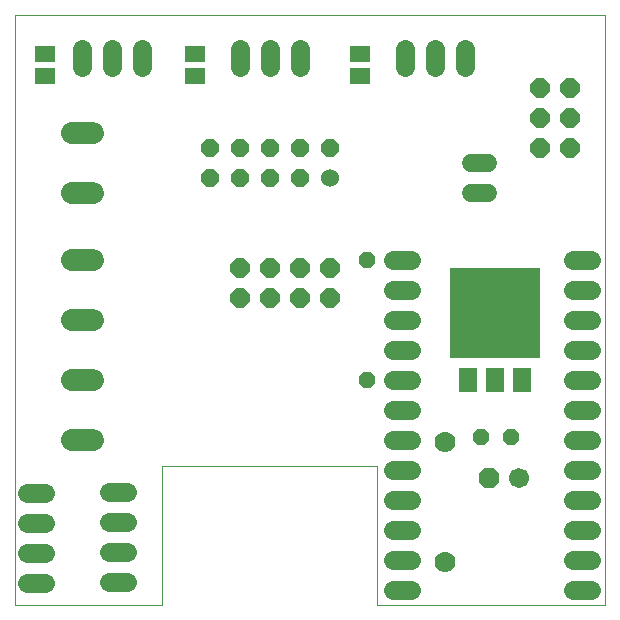
<source format=gts>
G75*
%MOIN*%
%OFA0B0*%
%FSLAX24Y24*%
%IPPOS*%
%LPD*%
%AMOC8*
5,1,8,0,0,1.08239X$1,22.5*
%
%ADD10C,0.0000*%
%ADD11R,0.3000X0.3000*%
%ADD12OC8,0.0670*%
%ADD13C,0.0670*%
%ADD14OC8,0.0560*%
%ADD15R,0.0631X0.0827*%
%ADD16R,0.1536X0.0827*%
%ADD17C,0.0640*%
%ADD18C,0.0600*%
%ADD19OC8,0.0600*%
%ADD20OC8,0.0634*%
%ADD21OC8,0.0640*%
%ADD22C,0.0700*%
%ADD23R,0.0670X0.0552*%
%ADD24C,0.0745*%
%ADD25C,0.0600*%
D10*
X000267Y000130D02*
X000267Y019815D01*
X019952Y019815D01*
X019952Y000130D01*
X012326Y000130D01*
X012326Y004786D01*
X005161Y004786D01*
X005161Y000130D01*
X000267Y000130D01*
D11*
X016267Y009880D03*
D12*
X016067Y004380D03*
D13*
X017067Y004380D03*
D14*
X016817Y005730D03*
X015817Y005730D03*
X012017Y007630D03*
X012017Y011630D03*
D15*
X015361Y007640D03*
X016267Y007640D03*
X017172Y007640D03*
D16*
X016267Y010120D03*
D17*
X018867Y009630D02*
X019467Y009630D01*
X019467Y008630D02*
X018867Y008630D01*
X018867Y007630D02*
X019467Y007630D01*
X019467Y006630D02*
X018867Y006630D01*
X018867Y005630D02*
X019467Y005630D01*
X019467Y004630D02*
X018867Y004630D01*
X018867Y003630D02*
X019467Y003630D01*
X019467Y002630D02*
X018867Y002630D01*
X018867Y001630D02*
X019467Y001630D01*
X019467Y000630D02*
X018867Y000630D01*
X013467Y000630D02*
X012867Y000630D01*
X012867Y001630D02*
X013467Y001630D01*
X013467Y002630D02*
X012867Y002630D01*
X012867Y003630D02*
X013467Y003630D01*
X013467Y004630D02*
X012867Y004630D01*
X012867Y005630D02*
X013467Y005630D01*
X013467Y006630D02*
X012867Y006630D01*
X012867Y007630D02*
X013467Y007630D01*
X013467Y008630D02*
X012867Y008630D01*
X012867Y009630D02*
X013467Y009630D01*
X013467Y010630D02*
X012867Y010630D01*
X012867Y011630D02*
X013467Y011630D01*
X018867Y011630D02*
X019467Y011630D01*
X019467Y010630D02*
X018867Y010630D01*
X015267Y018080D02*
X015267Y018680D01*
X014267Y018680D02*
X014267Y018080D01*
X013267Y018080D02*
X013267Y018680D01*
X009767Y018680D02*
X009767Y018080D01*
X008767Y018080D02*
X008767Y018680D01*
X007767Y018680D02*
X007767Y018080D01*
X004517Y018080D02*
X004517Y018680D01*
X003517Y018680D02*
X003517Y018080D01*
X002517Y018080D02*
X002517Y018680D01*
X003403Y003893D02*
X004003Y003893D01*
X004003Y002893D02*
X003403Y002893D01*
X003403Y001893D02*
X004003Y001893D01*
X004003Y000893D02*
X003403Y000893D01*
X001273Y000876D02*
X000673Y000876D01*
X000673Y001876D02*
X001273Y001876D01*
X001273Y002876D02*
X000673Y002876D01*
X000673Y003876D02*
X001273Y003876D01*
D18*
X010767Y014380D03*
D19*
X010767Y015380D03*
X009767Y015380D03*
X009767Y014380D03*
X008767Y014380D03*
X008767Y015380D03*
X007767Y015380D03*
X006767Y015380D03*
X006767Y014380D03*
X007767Y014380D03*
D20*
X017767Y015380D03*
X018767Y015380D03*
X018767Y016380D03*
X017767Y016380D03*
X017767Y017380D03*
X018767Y017380D03*
D21*
X010767Y011380D03*
X010767Y010380D03*
X009767Y010380D03*
X009767Y011380D03*
X008767Y011380D03*
X008767Y010380D03*
X007767Y010380D03*
X007767Y011380D03*
D22*
X014617Y005580D03*
X014617Y001580D03*
D23*
X011767Y017756D03*
X011767Y018504D03*
X006267Y018504D03*
X006267Y017756D03*
X001267Y017756D03*
X001267Y018504D03*
D24*
X002164Y015880D02*
X002869Y015880D01*
X002869Y013880D02*
X002164Y013880D01*
X002164Y011630D02*
X002869Y011630D01*
X002869Y009630D02*
X002164Y009630D01*
X002164Y007630D02*
X002869Y007630D01*
X002869Y005630D02*
X002164Y005630D01*
D25*
X015487Y013880D02*
X016047Y013880D01*
X016047Y014880D02*
X015487Y014880D01*
M02*

</source>
